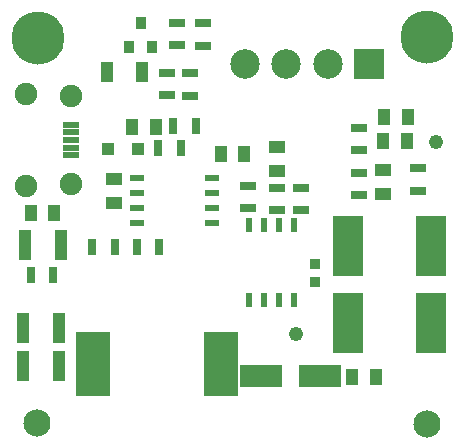
<source format=gts>
G04 #@! TF.FileFunction,Soldermask,Top*
%FSLAX46Y46*%
G04 Gerber Fmt 4.6, Leading zero omitted, Abs format (unit mm)*
G04 Created by KiCad (PCBNEW 4.0.6+dfsg1-1) date Thu Mar 15 00:01:22 2018*
%MOMM*%
%LPD*%
G01*
G04 APERTURE LIST*
%ADD10C,0.100000*%
%ADD11R,1.401600X0.801600*%
%ADD12R,0.801600X1.401600*%
%ADD13R,0.851600X0.901600*%
%ADD14R,1.351600X1.101600*%
%ADD15R,1.101600X1.351600*%
%ADD16R,0.609600X1.244600*%
%ADD17C,1.244600*%
%ADD18R,2.501600X5.101600*%
%ADD19R,0.901600X1.001600*%
%ADD20R,1.101600X1.101600*%
%ADD21C,2.301600*%
%ADD22C,4.501600*%
%ADD23C,2.501600*%
%ADD24R,2.501600X2.501600*%
%ADD25R,3.001600X5.501600*%
%ADD26R,1.244600X0.609600*%
%ADD27R,1.451600X0.501600*%
%ADD28C,1.901600*%
%ADD29R,3.601600X1.901600*%
%ADD30R,1.101600X2.601600*%
%ADD31R,1.101600X1.701600*%
G04 APERTURE END LIST*
D10*
D11*
X165925500Y-85354200D03*
X165925500Y-83454200D03*
X165925500Y-89164200D03*
X165925500Y-87264200D03*
X160985200Y-90434200D03*
X160985200Y-88534200D03*
X158953200Y-90434200D03*
X158953200Y-88534200D03*
X156502100Y-90294500D03*
X156502100Y-88394500D03*
D12*
X152080000Y-83362800D03*
X150180000Y-83362800D03*
X150835400Y-85217000D03*
X148935400Y-85217000D03*
X147106600Y-93599000D03*
X149006600Y-93599000D03*
D11*
X170942000Y-86908600D03*
X170942000Y-88808600D03*
D12*
X138115000Y-95910400D03*
X140015000Y-95910400D03*
D13*
X162191700Y-96546100D03*
X162191700Y-95046100D03*
D14*
X158978600Y-87131400D03*
X158978600Y-85131400D03*
X145161000Y-89836500D03*
X145161000Y-87836500D03*
D15*
X146726400Y-83388200D03*
X148726400Y-83388200D03*
D16*
X160439100Y-98056700D03*
X159169100Y-98056700D03*
X157899100Y-98056700D03*
X156629100Y-98056700D03*
X156629100Y-91706700D03*
X157899100Y-91706700D03*
X159169100Y-91706700D03*
X160439100Y-91706700D03*
D17*
X160566100Y-100952300D03*
X172466000Y-84683600D03*
D18*
X164978200Y-99974400D03*
X171978200Y-99974400D03*
X165003600Y-93472000D03*
X172003600Y-93472000D03*
D19*
X146471600Y-76615800D03*
X148371600Y-76615800D03*
X147421600Y-74615800D03*
D11*
X152704800Y-74640400D03*
X152704800Y-76540400D03*
D15*
X165331900Y-104571800D03*
X167331900Y-104571800D03*
X169986200Y-84582000D03*
X167986200Y-84582000D03*
D14*
X167919400Y-89061800D03*
X167919400Y-87061800D03*
D20*
X144698400Y-85267800D03*
X147198400Y-85267800D03*
D11*
X151587200Y-80756800D03*
X151587200Y-78856800D03*
X149682200Y-78806000D03*
X149682200Y-80706000D03*
D15*
X140115800Y-90678000D03*
X138115800Y-90678000D03*
D11*
X150469600Y-76489600D03*
X150469600Y-74589600D03*
D15*
X170037000Y-82550000D03*
X168037000Y-82550000D03*
D21*
X171704000Y-108534200D03*
X138684000Y-108483400D03*
D22*
X171678600Y-75793600D03*
X138709400Y-75869800D03*
D15*
X154194000Y-85686900D03*
X156194000Y-85686900D03*
D12*
X143322000Y-93560900D03*
X145222000Y-93560900D03*
D23*
X159751000Y-78092300D03*
X156251000Y-78092300D03*
X163251000Y-78092300D03*
D24*
X166751000Y-78092300D03*
D25*
X154218600Y-103517700D03*
X143418600Y-103517700D03*
D26*
X153454100Y-87769700D03*
X153454100Y-89039700D03*
X153454100Y-90309700D03*
X153454100Y-91579700D03*
X147104100Y-91579700D03*
X147104100Y-90309700D03*
X147104100Y-89039700D03*
X147104100Y-87769700D03*
D27*
X141545300Y-83205800D03*
X141545300Y-83855800D03*
X141545300Y-84505800D03*
X141545300Y-85155800D03*
X141545300Y-85805800D03*
D28*
X141545300Y-80780800D03*
X141520300Y-88230800D03*
X137720300Y-80630800D03*
X137720300Y-88380800D03*
D29*
X162608900Y-104533700D03*
X157608900Y-104533700D03*
D30*
X140501500Y-100444300D03*
X137501500Y-100444300D03*
X140501500Y-103682800D03*
X137501500Y-103682800D03*
D31*
X144562700Y-78765400D03*
X147562700Y-78765400D03*
D30*
X140653900Y-93408500D03*
X137653900Y-93408500D03*
M02*

</source>
